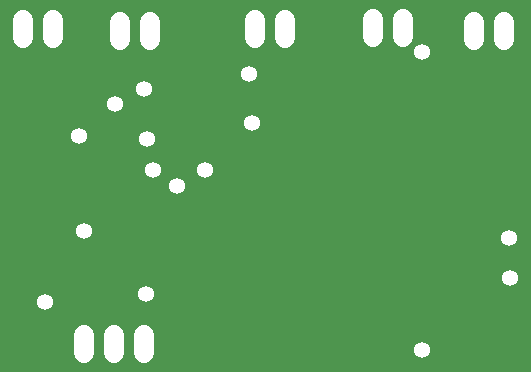
<source format=gbr>
G04 EAGLE Gerber RS-274X export*
G75*
%MOMM*%
%FSLAX34Y34*%
%LPD*%
%INSoldermask Bottom*%
%IPNEG*%
%AMOC8*
5,1,8,0,0,1.08239X$1,22.5*%
G01*
%ADD10C,1.727200*%
%ADD11C,1.359600*%


D10*
X60250Y319370D02*
X60250Y304130D01*
X34850Y304130D02*
X34850Y319370D01*
X142600Y318270D02*
X142600Y303030D01*
X117200Y303030D02*
X117200Y318270D01*
X256600Y319520D02*
X256600Y304280D01*
X231200Y304280D02*
X231200Y319520D01*
X356850Y320770D02*
X356850Y305530D01*
X331450Y305530D02*
X331450Y320770D01*
X442100Y318270D02*
X442100Y303030D01*
X416700Y303030D02*
X416700Y318270D01*
X137600Y53020D02*
X137600Y37780D01*
X112200Y37780D02*
X112200Y53020D01*
X86800Y53020D02*
X86800Y37780D01*
D11*
X86250Y141250D03*
X228750Y232500D03*
X53750Y81250D03*
X138750Y87500D03*
X372500Y40000D03*
X140000Y218750D03*
X112500Y248750D03*
X446250Y135000D03*
X145000Y192500D03*
X372500Y292500D03*
X226250Y273750D03*
X447500Y101250D03*
X137500Y261250D03*
X188750Y192500D03*
X82500Y221250D03*
X165000Y178750D03*
M02*

</source>
